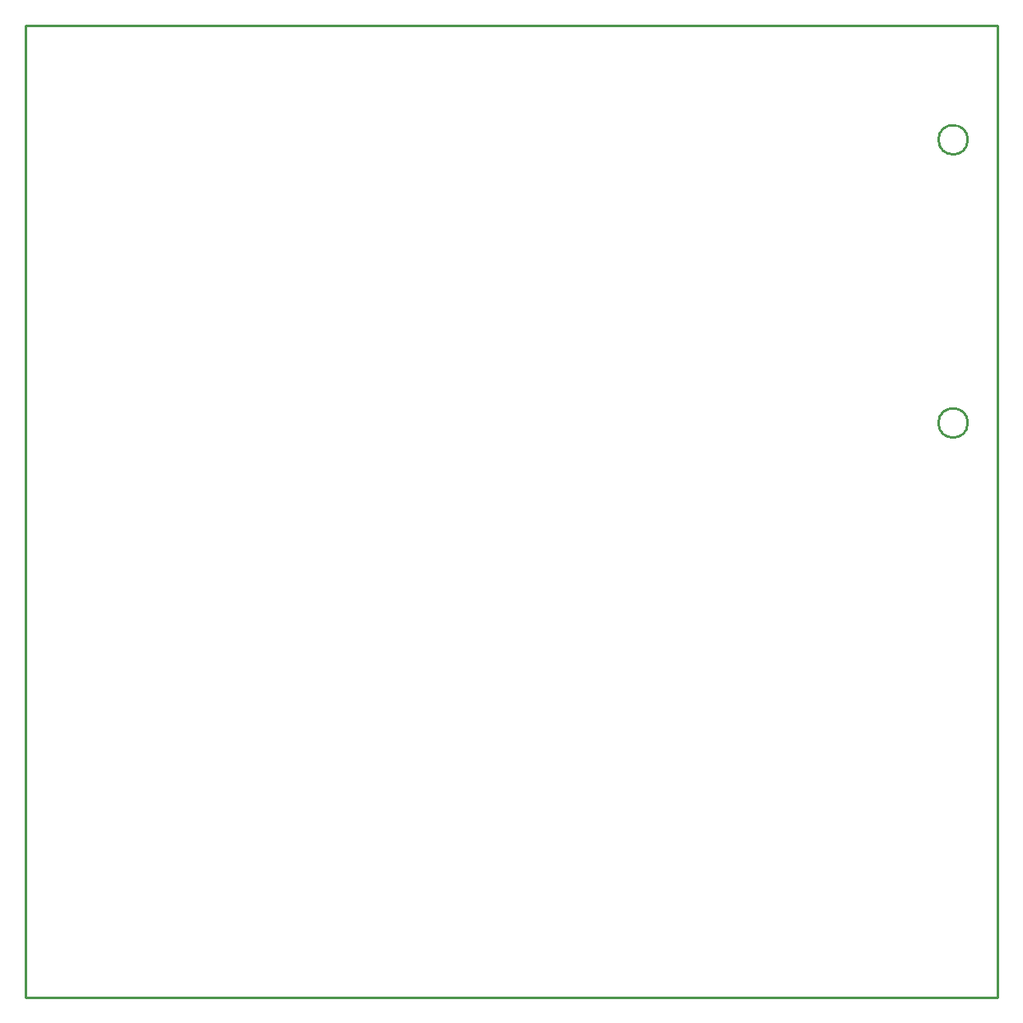
<source format=gko>
G04*
G04 #@! TF.GenerationSoftware,Altium Limited,Altium Designer,21.5.1 (32)*
G04*
G04 Layer_Color=16711935*
%FSAX24Y24*%
%MOIN*%
G70*
G04*
G04 #@! TF.SameCoordinates,EA95429E-239C-4F57-B086-3AFABEEF507B*
G04*
G04*
G04 #@! TF.FilePolarity,Positive*
G04*
G01*
G75*
%ADD13C,0.0100*%
D13*
X053513Y050090D02*
G03*
X053513Y050090I-000593J000000D01*
G01*
Y038620D02*
G03*
X053513Y038620I-000593J000000D01*
G01*
X015354Y015354D02*
Y054724D01*
X054724D01*
Y015354D02*
Y054724D01*
X015354Y015354D02*
X054724D01*
M02*

</source>
